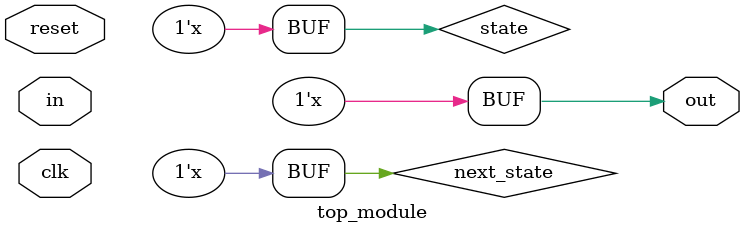
<source format=v>

module top_module(
    input clk,
    input reset,    // Synchronous reset to state B
    input in,
    output out);//  

    parameter A=0, B=1; 
    reg state, next_state;

    always @(*) begin    // This is a combinational always block
        // State transition logic
        case (state)
            A: begin
                next_state = in ? A : B;
            end
            B: begin
                next_state = in ? B : A;
            end
            default: state = state;
        endcase
    end

    always @(posedge clk) begin    // This is a sequential always block
        // State flip-flops with asynchronous reset
        if(reset)
            state <= B;
        else
            state <= next_state;
    end

    // Output logic
    // assign out = (state == ...);
    assign out = (state == B);

endmodule

</source>
